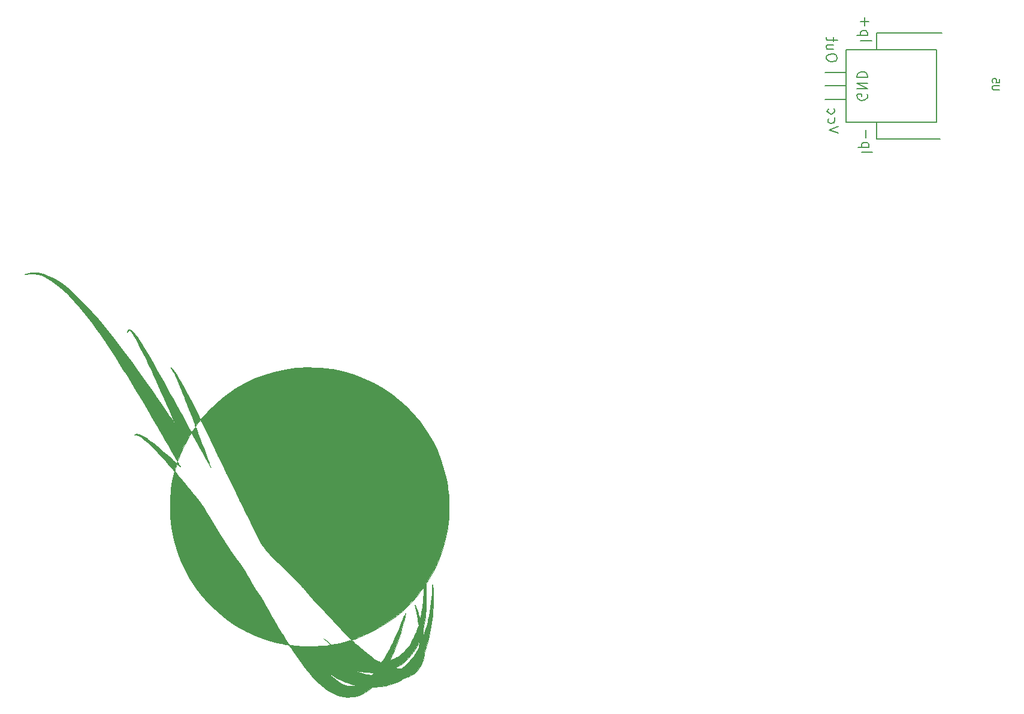
<source format=gbr>
%TF.GenerationSoftware,KiCad,Pcbnew,(5.1.10)-1*%
%TF.CreationDate,2021-12-10T12:48:03-06:00*%
%TF.ProjectId,BMS_2022_Rev1,424d535f-3230-4323-925f-526576312e6b,rev?*%
%TF.SameCoordinates,Original*%
%TF.FileFunction,Legend,Bot*%
%TF.FilePolarity,Positive*%
%FSLAX46Y46*%
G04 Gerber Fmt 4.6, Leading zero omitted, Abs format (unit mm)*
G04 Created by KiCad (PCBNEW (5.1.10)-1) date 2021-12-10 12:48:03*
%MOMM*%
%LPD*%
G01*
G04 APERTURE LIST*
%ADD10C,0.010000*%
%ADD11C,0.150000*%
G04 APERTURE END LIST*
D10*
%TO.C,G\u002A\u002A\u002A*%
G36*
X37258149Y-102603424D02*
G01*
X36865105Y-102660112D01*
X36545091Y-102753147D01*
X36496279Y-102774283D01*
X36300383Y-102865062D01*
X36480525Y-102834589D01*
X37107486Y-102764275D01*
X37694734Y-102768956D01*
X38215593Y-102848345D01*
X38237100Y-102853683D01*
X38844061Y-103053287D01*
X39476555Y-103352385D01*
X40136740Y-103752734D01*
X40826774Y-104256090D01*
X41548813Y-104864210D01*
X42305015Y-105578848D01*
X43097539Y-106401762D01*
X43928540Y-107334708D01*
X44342630Y-107823208D01*
X44726262Y-108286537D01*
X45092767Y-108738352D01*
X45447886Y-109186956D01*
X45797365Y-109640651D01*
X46146946Y-110107738D01*
X46502373Y-110596522D01*
X46869389Y-111115303D01*
X47253737Y-111672385D01*
X47661161Y-112276069D01*
X48097405Y-112934658D01*
X48568211Y-113656456D01*
X49079323Y-114449762D01*
X49636484Y-115322882D01*
X50245439Y-116284115D01*
X50757186Y-117095802D01*
X51924172Y-118977653D01*
X53046601Y-120843233D01*
X54106429Y-122662429D01*
X54373160Y-123130553D01*
X54614212Y-123553497D01*
X54893480Y-124039941D01*
X55187972Y-124550059D01*
X55474699Y-125044026D01*
X55726278Y-125474537D01*
X55976855Y-125904080D01*
X56251725Y-126379774D01*
X56529673Y-126864609D01*
X56789485Y-127321574D01*
X57009946Y-127713658D01*
X57017000Y-127726310D01*
X57207132Y-128066850D01*
X57387504Y-128388831D01*
X57546117Y-128670914D01*
X57670968Y-128891757D01*
X57750059Y-129030020D01*
X57752549Y-129034301D01*
X57903600Y-129293604D01*
X58136715Y-128674017D01*
X58258982Y-128367591D01*
X58410992Y-128015663D01*
X58585118Y-127633195D01*
X58773734Y-127235146D01*
X58969214Y-126836479D01*
X59163932Y-126452154D01*
X59350263Y-126097131D01*
X59520580Y-125786372D01*
X59667256Y-125534836D01*
X59782667Y-125357486D01*
X59859187Y-125269282D01*
X59875811Y-125262232D01*
X59916158Y-125312435D01*
X60002768Y-125451647D01*
X60125651Y-125662771D01*
X60274815Y-125928712D01*
X60410952Y-126177953D01*
X60630772Y-126583431D01*
X60866486Y-127015458D01*
X61110917Y-127461131D01*
X61356885Y-127907544D01*
X61597211Y-128341795D01*
X61824718Y-128750979D01*
X62032226Y-129122192D01*
X62212557Y-129442530D01*
X62358531Y-129699089D01*
X62462971Y-129878966D01*
X62518698Y-129969255D01*
X62523825Y-129975943D01*
X62527990Y-129949584D01*
X62496072Y-129831196D01*
X62434138Y-129641203D01*
X62372197Y-129465542D01*
X62221768Y-129052213D01*
X62054554Y-128596251D01*
X61875334Y-128110387D01*
X61688886Y-127607350D01*
X61499991Y-127099870D01*
X61313429Y-126600678D01*
X61133977Y-126122503D01*
X60966417Y-125678076D01*
X60815527Y-125280127D01*
X60686087Y-124941385D01*
X60582876Y-124674581D01*
X60510674Y-124492445D01*
X60474261Y-124407706D01*
X60471685Y-124403557D01*
X60421037Y-124427038D01*
X60326043Y-124532151D01*
X60204891Y-124698002D01*
X60171132Y-124748829D01*
X60045883Y-124933943D01*
X59943798Y-125071736D01*
X59883146Y-125137895D01*
X59876900Y-125140420D01*
X59838881Y-125089302D01*
X59753410Y-124947060D01*
X59629033Y-124728808D01*
X59474297Y-124449661D01*
X59297747Y-124124735D01*
X59208421Y-123958174D01*
X58998059Y-123566502D01*
X58746201Y-123101115D01*
X58469835Y-122593191D01*
X58185952Y-122073905D01*
X57911542Y-121574435D01*
X57744976Y-121272775D01*
X57503190Y-120835202D01*
X57219169Y-120319965D01*
X56908180Y-119754833D01*
X56585489Y-119167578D01*
X56266362Y-118585968D01*
X55966065Y-118037774D01*
X55861374Y-117846393D01*
X55374812Y-116963601D01*
X54896894Y-116110233D01*
X54432798Y-115294973D01*
X53987700Y-114526508D01*
X53566778Y-113813521D01*
X53175208Y-113164698D01*
X52818167Y-112588725D01*
X52500833Y-112094286D01*
X52228382Y-111690066D01*
X52022593Y-111406343D01*
X51734335Y-111058764D01*
X51477248Y-110808859D01*
X51255592Y-110659007D01*
X51073629Y-110611587D01*
X50935618Y-110668977D01*
X50871487Y-110763639D01*
X50812042Y-110924040D01*
X50801811Y-111018342D01*
X50835642Y-111030934D01*
X50908379Y-110946208D01*
X50923727Y-110921850D01*
X51039599Y-110781110D01*
X51147254Y-110741775D01*
X51148680Y-110742030D01*
X51261529Y-110814061D01*
X51417821Y-110993927D01*
X51615659Y-111278261D01*
X51853142Y-111663690D01*
X52128372Y-112146847D01*
X52439450Y-112724360D01*
X52784477Y-113392861D01*
X53161553Y-114148979D01*
X53568781Y-114989345D01*
X53714111Y-115294383D01*
X53857237Y-115599362D01*
X54031930Y-115977135D01*
X54233793Y-116417817D01*
X54458431Y-116911528D01*
X54701449Y-117448384D01*
X54958451Y-118018504D01*
X55225041Y-118612004D01*
X55496825Y-119219003D01*
X55769406Y-119829618D01*
X56038389Y-120433967D01*
X56299378Y-121022167D01*
X56547978Y-121584335D01*
X56779794Y-122110591D01*
X56990429Y-122591050D01*
X57175489Y-123015831D01*
X57330577Y-123375051D01*
X57451298Y-123658828D01*
X57533257Y-123857279D01*
X57572058Y-123960522D01*
X57574332Y-123973235D01*
X57537570Y-123930268D01*
X57443430Y-123800791D01*
X57301224Y-123598171D01*
X57120264Y-123335773D01*
X56909864Y-123026964D01*
X56746482Y-122785034D01*
X56474123Y-122382807D01*
X56151675Y-121910845D01*
X55787369Y-121380906D01*
X55389434Y-120804749D01*
X54966102Y-120194132D01*
X54525602Y-119560815D01*
X54076166Y-118916557D01*
X53626024Y-118273117D01*
X53183406Y-117642253D01*
X52756543Y-117035725D01*
X52353664Y-116465291D01*
X51983002Y-115942711D01*
X51652785Y-115479742D01*
X51371245Y-115088146D01*
X51146612Y-114779679D01*
X51083240Y-114693910D01*
X49987105Y-113236368D01*
X48941770Y-111884197D01*
X47944967Y-110635034D01*
X46994430Y-109486515D01*
X46087892Y-108436278D01*
X45223088Y-107481960D01*
X44397750Y-106621196D01*
X43609612Y-105851623D01*
X42856408Y-105170879D01*
X42135871Y-104576600D01*
X41445734Y-104066423D01*
X40783731Y-103637983D01*
X40147596Y-103288919D01*
X40143409Y-103286839D01*
X39669223Y-103060533D01*
X39265639Y-102890647D01*
X38903094Y-102767344D01*
X38552027Y-102680786D01*
X38182874Y-102621138D01*
X38119453Y-102613351D01*
X37688254Y-102586648D01*
X37258149Y-102603424D01*
G37*
X37258149Y-102603424D02*
X36865105Y-102660112D01*
X36545091Y-102753147D01*
X36496279Y-102774283D01*
X36300383Y-102865062D01*
X36480525Y-102834589D01*
X37107486Y-102764275D01*
X37694734Y-102768956D01*
X38215593Y-102848345D01*
X38237100Y-102853683D01*
X38844061Y-103053287D01*
X39476555Y-103352385D01*
X40136740Y-103752734D01*
X40826774Y-104256090D01*
X41548813Y-104864210D01*
X42305015Y-105578848D01*
X43097539Y-106401762D01*
X43928540Y-107334708D01*
X44342630Y-107823208D01*
X44726262Y-108286537D01*
X45092767Y-108738352D01*
X45447886Y-109186956D01*
X45797365Y-109640651D01*
X46146946Y-110107738D01*
X46502373Y-110596522D01*
X46869389Y-111115303D01*
X47253737Y-111672385D01*
X47661161Y-112276069D01*
X48097405Y-112934658D01*
X48568211Y-113656456D01*
X49079323Y-114449762D01*
X49636484Y-115322882D01*
X50245439Y-116284115D01*
X50757186Y-117095802D01*
X51924172Y-118977653D01*
X53046601Y-120843233D01*
X54106429Y-122662429D01*
X54373160Y-123130553D01*
X54614212Y-123553497D01*
X54893480Y-124039941D01*
X55187972Y-124550059D01*
X55474699Y-125044026D01*
X55726278Y-125474537D01*
X55976855Y-125904080D01*
X56251725Y-126379774D01*
X56529673Y-126864609D01*
X56789485Y-127321574D01*
X57009946Y-127713658D01*
X57017000Y-127726310D01*
X57207132Y-128066850D01*
X57387504Y-128388831D01*
X57546117Y-128670914D01*
X57670968Y-128891757D01*
X57750059Y-129030020D01*
X57752549Y-129034301D01*
X57903600Y-129293604D01*
X58136715Y-128674017D01*
X58258982Y-128367591D01*
X58410992Y-128015663D01*
X58585118Y-127633195D01*
X58773734Y-127235146D01*
X58969214Y-126836479D01*
X59163932Y-126452154D01*
X59350263Y-126097131D01*
X59520580Y-125786372D01*
X59667256Y-125534836D01*
X59782667Y-125357486D01*
X59859187Y-125269282D01*
X59875811Y-125262232D01*
X59916158Y-125312435D01*
X60002768Y-125451647D01*
X60125651Y-125662771D01*
X60274815Y-125928712D01*
X60410952Y-126177953D01*
X60630772Y-126583431D01*
X60866486Y-127015458D01*
X61110917Y-127461131D01*
X61356885Y-127907544D01*
X61597211Y-128341795D01*
X61824718Y-128750979D01*
X62032226Y-129122192D01*
X62212557Y-129442530D01*
X62358531Y-129699089D01*
X62462971Y-129878966D01*
X62518698Y-129969255D01*
X62523825Y-129975943D01*
X62527990Y-129949584D01*
X62496072Y-129831196D01*
X62434138Y-129641203D01*
X62372197Y-129465542D01*
X62221768Y-129052213D01*
X62054554Y-128596251D01*
X61875334Y-128110387D01*
X61688886Y-127607350D01*
X61499991Y-127099870D01*
X61313429Y-126600678D01*
X61133977Y-126122503D01*
X60966417Y-125678076D01*
X60815527Y-125280127D01*
X60686087Y-124941385D01*
X60582876Y-124674581D01*
X60510674Y-124492445D01*
X60474261Y-124407706D01*
X60471685Y-124403557D01*
X60421037Y-124427038D01*
X60326043Y-124532151D01*
X60204891Y-124698002D01*
X60171132Y-124748829D01*
X60045883Y-124933943D01*
X59943798Y-125071736D01*
X59883146Y-125137895D01*
X59876900Y-125140420D01*
X59838881Y-125089302D01*
X59753410Y-124947060D01*
X59629033Y-124728808D01*
X59474297Y-124449661D01*
X59297747Y-124124735D01*
X59208421Y-123958174D01*
X58998059Y-123566502D01*
X58746201Y-123101115D01*
X58469835Y-122593191D01*
X58185952Y-122073905D01*
X57911542Y-121574435D01*
X57744976Y-121272775D01*
X57503190Y-120835202D01*
X57219169Y-120319965D01*
X56908180Y-119754833D01*
X56585489Y-119167578D01*
X56266362Y-118585968D01*
X55966065Y-118037774D01*
X55861374Y-117846393D01*
X55374812Y-116963601D01*
X54896894Y-116110233D01*
X54432798Y-115294973D01*
X53987700Y-114526508D01*
X53566778Y-113813521D01*
X53175208Y-113164698D01*
X52818167Y-112588725D01*
X52500833Y-112094286D01*
X52228382Y-111690066D01*
X52022593Y-111406343D01*
X51734335Y-111058764D01*
X51477248Y-110808859D01*
X51255592Y-110659007D01*
X51073629Y-110611587D01*
X50935618Y-110668977D01*
X50871487Y-110763639D01*
X50812042Y-110924040D01*
X50801811Y-111018342D01*
X50835642Y-111030934D01*
X50908379Y-110946208D01*
X50923727Y-110921850D01*
X51039599Y-110781110D01*
X51147254Y-110741775D01*
X51148680Y-110742030D01*
X51261529Y-110814061D01*
X51417821Y-110993927D01*
X51615659Y-111278261D01*
X51853142Y-111663690D01*
X52128372Y-112146847D01*
X52439450Y-112724360D01*
X52784477Y-113392861D01*
X53161553Y-114148979D01*
X53568781Y-114989345D01*
X53714111Y-115294383D01*
X53857237Y-115599362D01*
X54031930Y-115977135D01*
X54233793Y-116417817D01*
X54458431Y-116911528D01*
X54701449Y-117448384D01*
X54958451Y-118018504D01*
X55225041Y-118612004D01*
X55496825Y-119219003D01*
X55769406Y-119829618D01*
X56038389Y-120433967D01*
X56299378Y-121022167D01*
X56547978Y-121584335D01*
X56779794Y-122110591D01*
X56990429Y-122591050D01*
X57175489Y-123015831D01*
X57330577Y-123375051D01*
X57451298Y-123658828D01*
X57533257Y-123857279D01*
X57572058Y-123960522D01*
X57574332Y-123973235D01*
X57537570Y-123930268D01*
X57443430Y-123800791D01*
X57301224Y-123598171D01*
X57120264Y-123335773D01*
X56909864Y-123026964D01*
X56746482Y-122785034D01*
X56474123Y-122382807D01*
X56151675Y-121910845D01*
X55787369Y-121380906D01*
X55389434Y-120804749D01*
X54966102Y-120194132D01*
X54525602Y-119560815D01*
X54076166Y-118916557D01*
X53626024Y-118273117D01*
X53183406Y-117642253D01*
X52756543Y-117035725D01*
X52353664Y-116465291D01*
X51983002Y-115942711D01*
X51652785Y-115479742D01*
X51371245Y-115088146D01*
X51146612Y-114779679D01*
X51083240Y-114693910D01*
X49987105Y-113236368D01*
X48941770Y-111884197D01*
X47944967Y-110635034D01*
X46994430Y-109486515D01*
X46087892Y-108436278D01*
X45223088Y-107481960D01*
X44397750Y-106621196D01*
X43609612Y-105851623D01*
X42856408Y-105170879D01*
X42135871Y-104576600D01*
X41445734Y-104066423D01*
X40783731Y-103637983D01*
X40147596Y-103288919D01*
X40143409Y-103286839D01*
X39669223Y-103060533D01*
X39265639Y-102890647D01*
X38903094Y-102767344D01*
X38552027Y-102680786D01*
X38182874Y-102621138D01*
X38119453Y-102613351D01*
X37688254Y-102586648D01*
X37258149Y-102603424D01*
G36*
X62571068Y-130096038D02*
G01*
X62601092Y-130126062D01*
X62631116Y-130096038D01*
X62601092Y-130066014D01*
X62571068Y-130096038D01*
G37*
X62571068Y-130096038D02*
X62601092Y-130126062D01*
X62631116Y-130096038D01*
X62601092Y-130066014D01*
X62571068Y-130096038D01*
G36*
X56937461Y-115990631D02*
G01*
X56968906Y-116063006D01*
X57071167Y-116216965D01*
X57129837Y-116300036D01*
X57239590Y-116462042D01*
X57347124Y-116639863D01*
X57459187Y-116847721D01*
X57582528Y-117099836D01*
X57723893Y-117410427D01*
X57890031Y-117793715D01*
X58087690Y-118263919D01*
X58263661Y-118689412D01*
X58413319Y-119056807D01*
X58597899Y-119515998D01*
X58809398Y-120046619D01*
X59039813Y-120628304D01*
X59281141Y-121240687D01*
X59525382Y-121863402D01*
X59764531Y-122476083D01*
X59990588Y-123058365D01*
X60195548Y-123589881D01*
X60371411Y-124050265D01*
X60406403Y-124142632D01*
X60471221Y-124314049D01*
X60808030Y-123852851D01*
X60956946Y-123660033D01*
X61082692Y-123517680D01*
X61167868Y-123444438D01*
X61192099Y-123441245D01*
X61225702Y-123502549D01*
X61306922Y-123662949D01*
X61431298Y-123913322D01*
X61594368Y-124244551D01*
X61791670Y-124647514D01*
X62018744Y-125113092D01*
X62271126Y-125632164D01*
X62544356Y-126195611D01*
X62833971Y-126794312D01*
X62949547Y-127033627D01*
X63614946Y-128411253D01*
X64232398Y-129687885D01*
X64805546Y-130870977D01*
X65338038Y-131967983D01*
X65833519Y-132986356D01*
X66295633Y-133933550D01*
X66728027Y-134817019D01*
X67134345Y-135644215D01*
X67518234Y-136422594D01*
X67883339Y-137159608D01*
X68233305Y-137862711D01*
X68571777Y-138539357D01*
X68764444Y-138922988D01*
X69025570Y-139445268D01*
X69248549Y-139894248D01*
X69441311Y-140280236D01*
X69611786Y-140613541D01*
X69767905Y-140904474D01*
X69917597Y-141163344D01*
X70068794Y-141400459D01*
X70229424Y-141626129D01*
X70407420Y-141850663D01*
X70610709Y-142084371D01*
X70847224Y-142337561D01*
X71124895Y-142620544D01*
X71451650Y-142943628D01*
X71835422Y-143317123D01*
X72284139Y-143751337D01*
X72805733Y-144256581D01*
X73049319Y-144493298D01*
X73488681Y-144923208D01*
X73918528Y-145348307D01*
X74327643Y-145757194D01*
X74704810Y-146138469D01*
X75038815Y-146480730D01*
X75318440Y-146772575D01*
X75532471Y-147002604D01*
X75657056Y-147144129D01*
X75995886Y-147542521D01*
X76406754Y-148013600D01*
X76877645Y-148544279D01*
X77396542Y-149121469D01*
X77951429Y-149732083D01*
X78530287Y-150363033D01*
X79121102Y-151001232D01*
X79711855Y-151633592D01*
X80290531Y-152247024D01*
X80845113Y-152828442D01*
X81363585Y-153364758D01*
X81448423Y-153451685D01*
X81735357Y-153746063D01*
X81991555Y-154010508D01*
X82205944Y-154233460D01*
X82367451Y-154403356D01*
X82465003Y-154508636D01*
X82489496Y-154538649D01*
X82415690Y-154564944D01*
X82248467Y-154613054D01*
X82011242Y-154677010D01*
X81727436Y-154750841D01*
X81420464Y-154828579D01*
X81113746Y-154904253D01*
X80830700Y-154971896D01*
X80594743Y-155025537D01*
X80503584Y-155044866D01*
X80117939Y-155117583D01*
X79837674Y-155155881D01*
X79653326Y-155160461D01*
X79555429Y-155132026D01*
X79540933Y-155116259D01*
X79483564Y-155059658D01*
X79353753Y-154947167D01*
X79173288Y-154797355D01*
X79041999Y-154691049D01*
X78573669Y-154315358D01*
X79047551Y-154762311D01*
X79521434Y-155209265D01*
X79317764Y-155245715D01*
X78956765Y-155297929D01*
X78524082Y-155340226D01*
X78036111Y-155372723D01*
X77509245Y-155395542D01*
X76959878Y-155408802D01*
X76404405Y-155412624D01*
X75859221Y-155407127D01*
X75340720Y-155392432D01*
X74865296Y-155368658D01*
X74449343Y-155335925D01*
X74109256Y-155294354D01*
X73861430Y-155244064D01*
X73754049Y-155204987D01*
X73685387Y-155134141D01*
X73563861Y-154969493D01*
X73395946Y-154721652D01*
X73188119Y-154401226D01*
X72946853Y-154018823D01*
X72678625Y-153585053D01*
X72389911Y-153110523D01*
X72087186Y-152605841D01*
X71776926Y-152081617D01*
X71465606Y-151548459D01*
X71159702Y-151016975D01*
X70865689Y-150497774D01*
X70706174Y-150211877D01*
X70453050Y-149763213D01*
X70181193Y-149294792D01*
X69906453Y-148833002D01*
X69644676Y-148404230D01*
X69411713Y-148034863D01*
X69263598Y-147809986D01*
X69041993Y-147471613D01*
X68784633Y-147060505D01*
X68511778Y-146610158D01*
X68243689Y-146154070D01*
X68000628Y-145725734D01*
X67976309Y-145681786D01*
X67677892Y-145154576D01*
X67384440Y-144667310D01*
X67074847Y-144187232D01*
X66728002Y-143681587D01*
X66331677Y-143129777D01*
X65482982Y-141943992D01*
X64680991Y-140772442D01*
X63907059Y-139586233D01*
X63142543Y-138356472D01*
X62368800Y-137054265D01*
X62009255Y-136431026D01*
X61793508Y-136060293D01*
X61597182Y-135740282D01*
X61402580Y-135445918D01*
X61192007Y-135152125D01*
X60947767Y-134833827D01*
X60652163Y-134465949D01*
X60441369Y-134209277D01*
X60150444Y-133856384D01*
X59861065Y-133504384D01*
X59589640Y-133173309D01*
X59352577Y-132883193D01*
X59166287Y-132654066D01*
X59088743Y-132557977D01*
X58902122Y-132328081D01*
X58665838Y-132040615D01*
X58407963Y-131729553D01*
X58156567Y-131428868D01*
X58115003Y-131379457D01*
X57910314Y-131131610D01*
X57736629Y-130912190D01*
X57607516Y-130739064D01*
X57536542Y-130630098D01*
X57527097Y-130605317D01*
X57543116Y-130515145D01*
X57584338Y-130351270D01*
X57640504Y-130148986D01*
X57701359Y-129943588D01*
X57756647Y-129770371D01*
X57796110Y-129664630D01*
X57804874Y-129649428D01*
X57857304Y-129673742D01*
X57969972Y-129762975D01*
X58109700Y-129889618D01*
X58248276Y-130014495D01*
X58313147Y-130055872D01*
X58300570Y-130011428D01*
X58297262Y-130005967D01*
X58213310Y-129859993D01*
X58110029Y-129668273D01*
X58069281Y-129589476D01*
X57987338Y-129435448D01*
X57937081Y-129375639D01*
X57897511Y-129396346D01*
X57863038Y-129454925D01*
X57830721Y-129504056D01*
X57789905Y-129520893D01*
X57725156Y-129495784D01*
X57621039Y-129419077D01*
X57462117Y-129281123D01*
X57232955Y-129072268D01*
X57194426Y-129036856D01*
X56514792Y-128417226D01*
X55909323Y-127876826D01*
X55369074Y-127408197D01*
X54885100Y-127003876D01*
X54448457Y-126656403D01*
X54050198Y-126358318D01*
X53681379Y-126102160D01*
X53654047Y-126084028D01*
X53165207Y-125781339D01*
X52746907Y-125565872D01*
X52401227Y-125438363D01*
X52130249Y-125399552D01*
X51936051Y-125450175D01*
X51912676Y-125466291D01*
X51848574Y-125522438D01*
X51860507Y-125549858D01*
X51965869Y-125559240D01*
X52066050Y-125560559D01*
X52333753Y-125600263D01*
X52599365Y-125727319D01*
X52611193Y-125734759D01*
X52821511Y-125883361D01*
X53093910Y-126098237D01*
X53406258Y-126360037D01*
X53736424Y-126649416D01*
X54062275Y-126947024D01*
X54361680Y-127233515D01*
X54584780Y-127460090D01*
X54770066Y-127657595D01*
X55004786Y-127910811D01*
X55276617Y-128206162D01*
X55573239Y-128530075D01*
X55882332Y-128868975D01*
X56191573Y-129209288D01*
X56488643Y-129537440D01*
X56761220Y-129839857D01*
X56996982Y-130102964D01*
X57183610Y-130313187D01*
X57308782Y-130456951D01*
X57349843Y-130506401D01*
X57482191Y-130674655D01*
X57319782Y-131406150D01*
X57186369Y-132041511D01*
X57082633Y-132622986D01*
X57004649Y-133184521D01*
X56948491Y-133760064D01*
X56910233Y-134383562D01*
X56885951Y-135088964D01*
X56883900Y-135175867D01*
X56876374Y-136152059D01*
X56902541Y-137043168D01*
X56965515Y-137880245D01*
X57068406Y-138694343D01*
X57214327Y-139516513D01*
X57404409Y-140369637D01*
X57820066Y-141833337D01*
X58345539Y-143253633D01*
X58976599Y-144624755D01*
X59709018Y-145940934D01*
X60538566Y-147196401D01*
X61461014Y-148385387D01*
X62472134Y-149502122D01*
X63567696Y-150540837D01*
X64743471Y-151495763D01*
X65995231Y-152361131D01*
X66360362Y-152587566D01*
X67606515Y-153279352D01*
X68910075Y-153884499D01*
X70251068Y-154395482D01*
X71609519Y-154804776D01*
X72965454Y-155104856D01*
X73109366Y-155130150D01*
X73425020Y-155194401D01*
X73628690Y-155260668D01*
X73726926Y-155329350D01*
X73781398Y-155407026D01*
X73893614Y-155568820D01*
X74053309Y-155799869D01*
X74250217Y-156085308D01*
X74474073Y-156410274D01*
X74650698Y-156666960D01*
X75309668Y-157602497D01*
X75929571Y-158434545D01*
X76517170Y-159170624D01*
X77079225Y-159818251D01*
X77622499Y-160384946D01*
X78153751Y-160878227D01*
X78679745Y-161305613D01*
X79076709Y-161588677D01*
X79426571Y-161802293D01*
X79829335Y-162014006D01*
X80246796Y-162206133D01*
X80640748Y-162360990D01*
X80948603Y-162455102D01*
X81441035Y-162542531D01*
X81973893Y-162581410D01*
X82494835Y-162569944D01*
X82878650Y-162521289D01*
X83590235Y-162325425D01*
X84272222Y-162013392D01*
X84923692Y-161585643D01*
X85149202Y-161404570D01*
X85323266Y-161269021D01*
X85464955Y-161198661D01*
X85626045Y-161172996D01*
X85740538Y-161170506D01*
X86545243Y-161123344D01*
X87361762Y-160987144D01*
X87555947Y-160934441D01*
X83118300Y-160934441D01*
X83035169Y-160986582D01*
X82957120Y-161010956D01*
X82843230Y-161024059D01*
X82646238Y-161030481D01*
X82403002Y-161029267D01*
X82326624Y-161027275D01*
X81976350Y-161001984D01*
X81687320Y-160943802D01*
X81439198Y-160857018D01*
X81033304Y-160671691D01*
X80670057Y-160459460D01*
X80317074Y-160198080D01*
X79941969Y-159865306D01*
X79808987Y-159737182D01*
X79612742Y-159541685D01*
X79466878Y-159389557D01*
X79382202Y-159292670D01*
X79369519Y-159262893D01*
X79384307Y-159270663D01*
X80004950Y-159656132D01*
X80541219Y-159963526D01*
X80997687Y-160195459D01*
X81019534Y-160205601D01*
X81341777Y-160343720D01*
X81710839Y-160484867D01*
X82093337Y-160617817D01*
X82455886Y-160731342D01*
X82765102Y-160814217D01*
X82927844Y-160847330D01*
X83082305Y-160886792D01*
X83118300Y-160934441D01*
X87555947Y-160934441D01*
X88162433Y-160769837D01*
X88919592Y-160479354D01*
X89605574Y-160123623D01*
X89784348Y-160011293D01*
X89991122Y-159890982D01*
X90194369Y-159797472D01*
X90312912Y-159760051D01*
X90469264Y-159713601D01*
X90689014Y-159629697D01*
X90928461Y-159525217D01*
X90963385Y-159508810D01*
X91443738Y-159215286D01*
X91444516Y-159214555D01*
X85596950Y-159214555D01*
X85577032Y-159262161D01*
X85520903Y-159326529D01*
X85507658Y-159340631D01*
X85432535Y-159414709D01*
X85357879Y-159460507D01*
X85260468Y-159478727D01*
X85117080Y-159470068D01*
X84904495Y-159435232D01*
X84599492Y-159374920D01*
X84569995Y-159368933D01*
X84324611Y-159314218D01*
X84043489Y-159243834D01*
X83748362Y-159164206D01*
X83460962Y-159081764D01*
X83203023Y-159002934D01*
X82996278Y-158934144D01*
X82862459Y-158881823D01*
X82823300Y-158852397D01*
X82823345Y-158852351D01*
X82888292Y-158852103D01*
X83042658Y-158870331D01*
X83257820Y-158903404D01*
X83349464Y-158919091D01*
X83611428Y-158958947D01*
X83949139Y-159001449D01*
X84318504Y-159041442D01*
X84666391Y-159073047D01*
X85036236Y-159103231D01*
X85300300Y-159128048D01*
X85472498Y-159151924D01*
X85566744Y-159179284D01*
X85596950Y-159214555D01*
X91444516Y-159214555D01*
X91860241Y-158824442D01*
X92208874Y-158343087D01*
X92485617Y-157778030D01*
X92686452Y-157136079D01*
X92807360Y-156424046D01*
X92812246Y-156376619D01*
X92854496Y-156118409D01*
X92928700Y-155812229D01*
X93019535Y-155520507D01*
X93028390Y-155496038D01*
X93263428Y-154772619D01*
X93293670Y-154655376D01*
X92123543Y-154655376D01*
X92097349Y-155084876D01*
X92070809Y-155346425D01*
X92016762Y-155560860D01*
X91917928Y-155785221D01*
X91842659Y-155925538D01*
X91331700Y-156752009D01*
X90776933Y-157469957D01*
X90174542Y-158084097D01*
X89922605Y-158299146D01*
X89562321Y-158591017D01*
X89172014Y-158553799D01*
X88968703Y-158531332D01*
X88818697Y-158508976D01*
X88756687Y-158492480D01*
X88743822Y-158476312D01*
X88755283Y-158454993D01*
X88809947Y-158415155D01*
X88926691Y-158343432D01*
X89124393Y-158226457D01*
X89172014Y-158198397D01*
X89828291Y-157756188D01*
X90417576Y-157239100D01*
X90949463Y-156636431D01*
X91433543Y-155937484D01*
X91825075Y-155239226D01*
X92123543Y-154655376D01*
X93293670Y-154655376D01*
X93477040Y-153944492D01*
X93666335Y-153025602D01*
X93828427Y-152029896D01*
X93954912Y-151022516D01*
X93982501Y-150708114D01*
X94005649Y-150325582D01*
X94024229Y-149893135D01*
X94038113Y-149428991D01*
X94047174Y-148951367D01*
X94051284Y-148478479D01*
X94050316Y-148028545D01*
X94044142Y-147619781D01*
X94032634Y-147270405D01*
X94015665Y-146998633D01*
X93993108Y-146822683D01*
X93984556Y-146789182D01*
X93951458Y-146698345D01*
X93933070Y-146693744D01*
X93924220Y-146787510D01*
X93920569Y-146939300D01*
X93901074Y-147416375D01*
X93859056Y-147982911D01*
X93798067Y-148611138D01*
X93721656Y-149273288D01*
X93633375Y-149941593D01*
X93536774Y-150588281D01*
X93435405Y-151185586D01*
X93332819Y-151705737D01*
X93283149Y-151924169D01*
X93191403Y-152289877D01*
X93094161Y-152650559D01*
X92996977Y-152988367D01*
X92905406Y-153285449D01*
X92825000Y-153523956D01*
X92761315Y-153686037D01*
X92719904Y-153753843D01*
X92713795Y-153754044D01*
X92658639Y-153656840D01*
X92631068Y-153465892D01*
X92631041Y-153204330D01*
X92658511Y-152895283D01*
X92713435Y-152561880D01*
X92716104Y-152548840D01*
X92803085Y-152101293D01*
X92873764Y-151672928D01*
X92929815Y-151243359D01*
X92972909Y-150792198D01*
X93004719Y-150299059D01*
X93026916Y-149743555D01*
X93041173Y-149105300D01*
X93048155Y-148500530D01*
X93057515Y-147331118D01*
X92711866Y-147331118D01*
X92706098Y-147564444D01*
X92694186Y-147854966D01*
X92677175Y-148181838D01*
X92656108Y-148524213D01*
X92632031Y-148861246D01*
X92605988Y-149172090D01*
X92589452Y-149341192D01*
X92556094Y-149623043D01*
X92511774Y-149946235D01*
X92460433Y-150287193D01*
X92406013Y-150622341D01*
X92352458Y-150928103D01*
X92303710Y-151180902D01*
X92263712Y-151357164D01*
X92240595Y-151427345D01*
X92208173Y-151402958D01*
X92148703Y-151282685D01*
X92070311Y-151085470D01*
X91981123Y-150830256D01*
X91970152Y-150796849D01*
X91835061Y-150393993D01*
X91714253Y-150055698D01*
X91612300Y-149793468D01*
X91533771Y-149618806D01*
X91483236Y-149543217D01*
X91472074Y-149543102D01*
X91474092Y-149608119D01*
X91498011Y-149767161D01*
X91539866Y-149996979D01*
X91595692Y-150274322D01*
X91601319Y-150301071D01*
X91677989Y-150679653D01*
X91759648Y-151108035D01*
X91834420Y-151522837D01*
X91872887Y-151750153D01*
X91989786Y-152466690D01*
X91807318Y-152990584D01*
X91654633Y-153392323D01*
X91465830Y-153832859D01*
X91256809Y-154279106D01*
X91043471Y-154697976D01*
X90841718Y-155056382D01*
X90729086Y-155234215D01*
X90442742Y-155613449D01*
X90095257Y-156004120D01*
X89723039Y-156368424D01*
X89362494Y-156668557D01*
X89312541Y-156705082D01*
X89130803Y-156824585D01*
X88907003Y-156956251D01*
X88665123Y-157087951D01*
X88429144Y-157207558D01*
X88223046Y-157302946D01*
X88070810Y-157361987D01*
X87996418Y-157372553D01*
X87994959Y-157371387D01*
X88006013Y-157308960D01*
X88057938Y-157166434D01*
X88140166Y-156972233D01*
X88158434Y-156931638D01*
X88335716Y-156523662D01*
X88535143Y-156035315D01*
X88743660Y-155501046D01*
X88948211Y-154955302D01*
X89135741Y-154432532D01*
X89293195Y-153967186D01*
X89351067Y-153784690D01*
X89451136Y-153450202D01*
X89559104Y-153072158D01*
X89670113Y-152669434D01*
X89779304Y-152260902D01*
X89881818Y-151865435D01*
X89972797Y-151501908D01*
X90047380Y-151189195D01*
X90100710Y-150946168D01*
X90127928Y-150791701D01*
X90130399Y-150757472D01*
X90108506Y-150780479D01*
X90047435Y-150903218D01*
X89952349Y-151113810D01*
X89828410Y-151400379D01*
X89680780Y-151751047D01*
X89514622Y-152153935D01*
X89388847Y-152463650D01*
X89125151Y-153111719D01*
X88893302Y-153668120D01*
X88683508Y-154153832D01*
X88485974Y-154589831D01*
X88290906Y-154997094D01*
X88088512Y-155396599D01*
X87868997Y-155809323D01*
X87622567Y-156256242D01*
X87595941Y-156303845D01*
X87356441Y-156728475D01*
X87165407Y-157058426D01*
X87014900Y-157305043D01*
X86896978Y-157479673D01*
X86803701Y-157593659D01*
X86727130Y-157658346D01*
X86659322Y-157685081D01*
X86627322Y-157687764D01*
X86518493Y-157655778D01*
X86339171Y-157569449D01*
X86117307Y-157443218D01*
X85950543Y-157338115D01*
X85705775Y-157169704D01*
X85402643Y-156949566D01*
X85075008Y-156702896D01*
X84756733Y-156454887D01*
X84667967Y-156383852D01*
X84610405Y-156336700D01*
X81125678Y-156336700D01*
X81095655Y-156366724D01*
X81065631Y-156336700D01*
X81095655Y-156306676D01*
X81125678Y-156336700D01*
X84610405Y-156336700D01*
X84548431Y-156285934D01*
X81005584Y-156285934D01*
X80959682Y-156274560D01*
X80822477Y-156186583D01*
X80594715Y-156022531D01*
X80277146Y-155782931D01*
X80116097Y-155659071D01*
X79913876Y-155498440D01*
X79756548Y-155364976D01*
X79662583Y-155274902D01*
X79645023Y-155245330D01*
X79697913Y-155270773D01*
X79823674Y-155355640D01*
X80001597Y-155484090D01*
X80210970Y-155640282D01*
X80431081Y-155808377D01*
X80641219Y-155972532D01*
X80820673Y-156116908D01*
X80948732Y-156225663D01*
X81004683Y-156282957D01*
X81005584Y-156285934D01*
X84548431Y-156285934D01*
X84409513Y-156172140D01*
X84125748Y-155933987D01*
X83830421Y-155681569D01*
X83537281Y-155427060D01*
X83260078Y-155182638D01*
X83012561Y-154960477D01*
X82808479Y-154772753D01*
X82661582Y-154631642D01*
X82585618Y-154549320D01*
X82578749Y-154533753D01*
X82638816Y-154507431D01*
X82789349Y-154448604D01*
X83007969Y-154365848D01*
X83272293Y-154267741D01*
X83285800Y-154262773D01*
X84684372Y-153687234D01*
X86034447Y-153008797D01*
X87327917Y-152233456D01*
X88556673Y-151367204D01*
X89712605Y-150416033D01*
X90787604Y-149385938D01*
X91773561Y-148282910D01*
X92321837Y-147584809D01*
X92473468Y-147385805D01*
X92598523Y-147229277D01*
X92679955Y-147136163D01*
X92700789Y-147119442D01*
X92710444Y-147175836D01*
X92711866Y-147331118D01*
X93057515Y-147331118D01*
X93063776Y-146548993D01*
X93465261Y-145888473D01*
X94198082Y-144568233D01*
X94823755Y-143194859D01*
X95342503Y-141767684D01*
X95754547Y-140286041D01*
X96060112Y-138749262D01*
X96204977Y-137692019D01*
X96232972Y-137357614D01*
X96253730Y-136930774D01*
X96267252Y-136438940D01*
X96273537Y-135909552D01*
X96272586Y-135370052D01*
X96264398Y-134847881D01*
X96248973Y-134370479D01*
X96226311Y-133965287D01*
X96204977Y-133728899D01*
X95969351Y-132151944D01*
X95625671Y-130627359D01*
X95173824Y-129154869D01*
X94613699Y-127734202D01*
X93945183Y-126365086D01*
X93168165Y-125047247D01*
X92282532Y-123780412D01*
X91940242Y-123340719D01*
X91634546Y-122976530D01*
X91262177Y-122561140D01*
X90848389Y-122120630D01*
X90418433Y-121681079D01*
X89997563Y-121268570D01*
X89611030Y-120909183D01*
X89442227Y-120760732D01*
X88234553Y-119802093D01*
X86964765Y-118945327D01*
X85637418Y-118192421D01*
X84257067Y-117545359D01*
X82828268Y-117006126D01*
X81355575Y-116576708D01*
X79843545Y-116259089D01*
X78753811Y-116103137D01*
X78306942Y-116062702D01*
X77774279Y-116032837D01*
X77186990Y-116013782D01*
X76576245Y-116005777D01*
X75973215Y-116009063D01*
X75409067Y-116023882D01*
X74914973Y-116050472D01*
X74670596Y-116071609D01*
X73115546Y-116289351D01*
X71608834Y-116616883D01*
X70149179Y-117054735D01*
X68735302Y-117603435D01*
X67365922Y-118263512D01*
X66039760Y-119035495D01*
X64755535Y-119919913D01*
X64072250Y-120449915D01*
X63810146Y-120671888D01*
X63497516Y-120953191D01*
X63152582Y-121275850D01*
X62793566Y-121621888D01*
X62438688Y-121973329D01*
X62106169Y-122312197D01*
X61814232Y-122620517D01*
X61581096Y-122880311D01*
X61460194Y-123026818D01*
X61333155Y-123185075D01*
X61235467Y-123297136D01*
X61189981Y-123337644D01*
X61156769Y-123286459D01*
X61076414Y-123140410D01*
X60955463Y-122912060D01*
X60800466Y-122613970D01*
X60617971Y-122258699D01*
X60414526Y-121858809D01*
X60275547Y-121583670D01*
X59844632Y-120737032D01*
X59430209Y-119940142D01*
X59035870Y-119199213D01*
X58665204Y-118520461D01*
X58321803Y-117910097D01*
X58009256Y-117374336D01*
X57731156Y-116919392D01*
X57491091Y-116551479D01*
X57292653Y-116276810D01*
X57139433Y-116101599D01*
X57079131Y-116052061D01*
X56974860Y-115990197D01*
X56937461Y-115990631D01*
G37*
X56937461Y-115990631D02*
X56968906Y-116063006D01*
X57071167Y-116216965D01*
X57129837Y-116300036D01*
X57239590Y-116462042D01*
X57347124Y-116639863D01*
X57459187Y-116847721D01*
X57582528Y-117099836D01*
X57723893Y-117410427D01*
X57890031Y-117793715D01*
X58087690Y-118263919D01*
X58263661Y-118689412D01*
X58413319Y-119056807D01*
X58597899Y-119515998D01*
X58809398Y-120046619D01*
X59039813Y-120628304D01*
X59281141Y-121240687D01*
X59525382Y-121863402D01*
X59764531Y-122476083D01*
X59990588Y-123058365D01*
X60195548Y-123589881D01*
X60371411Y-124050265D01*
X60406403Y-124142632D01*
X60471221Y-124314049D01*
X60808030Y-123852851D01*
X60956946Y-123660033D01*
X61082692Y-123517680D01*
X61167868Y-123444438D01*
X61192099Y-123441245D01*
X61225702Y-123502549D01*
X61306922Y-123662949D01*
X61431298Y-123913322D01*
X61594368Y-124244551D01*
X61791670Y-124647514D01*
X62018744Y-125113092D01*
X62271126Y-125632164D01*
X62544356Y-126195611D01*
X62833971Y-126794312D01*
X62949547Y-127033627D01*
X63614946Y-128411253D01*
X64232398Y-129687885D01*
X64805546Y-130870977D01*
X65338038Y-131967983D01*
X65833519Y-132986356D01*
X66295633Y-133933550D01*
X66728027Y-134817019D01*
X67134345Y-135644215D01*
X67518234Y-136422594D01*
X67883339Y-137159608D01*
X68233305Y-137862711D01*
X68571777Y-138539357D01*
X68764444Y-138922988D01*
X69025570Y-139445268D01*
X69248549Y-139894248D01*
X69441311Y-140280236D01*
X69611786Y-140613541D01*
X69767905Y-140904474D01*
X69917597Y-141163344D01*
X70068794Y-141400459D01*
X70229424Y-141626129D01*
X70407420Y-141850663D01*
X70610709Y-142084371D01*
X70847224Y-142337561D01*
X71124895Y-142620544D01*
X71451650Y-142943628D01*
X71835422Y-143317123D01*
X72284139Y-143751337D01*
X72805733Y-144256581D01*
X73049319Y-144493298D01*
X73488681Y-144923208D01*
X73918528Y-145348307D01*
X74327643Y-145757194D01*
X74704810Y-146138469D01*
X75038815Y-146480730D01*
X75318440Y-146772575D01*
X75532471Y-147002604D01*
X75657056Y-147144129D01*
X75995886Y-147542521D01*
X76406754Y-148013600D01*
X76877645Y-148544279D01*
X77396542Y-149121469D01*
X77951429Y-149732083D01*
X78530287Y-150363033D01*
X79121102Y-151001232D01*
X79711855Y-151633592D01*
X80290531Y-152247024D01*
X80845113Y-152828442D01*
X81363585Y-153364758D01*
X81448423Y-153451685D01*
X81735357Y-153746063D01*
X81991555Y-154010508D01*
X82205944Y-154233460D01*
X82367451Y-154403356D01*
X82465003Y-154508636D01*
X82489496Y-154538649D01*
X82415690Y-154564944D01*
X82248467Y-154613054D01*
X82011242Y-154677010D01*
X81727436Y-154750841D01*
X81420464Y-154828579D01*
X81113746Y-154904253D01*
X80830700Y-154971896D01*
X80594743Y-155025537D01*
X80503584Y-155044866D01*
X80117939Y-155117583D01*
X79837674Y-155155881D01*
X79653326Y-155160461D01*
X79555429Y-155132026D01*
X79540933Y-155116259D01*
X79483564Y-155059658D01*
X79353753Y-154947167D01*
X79173288Y-154797355D01*
X79041999Y-154691049D01*
X78573669Y-154315358D01*
X79047551Y-154762311D01*
X79521434Y-155209265D01*
X79317764Y-155245715D01*
X78956765Y-155297929D01*
X78524082Y-155340226D01*
X78036111Y-155372723D01*
X77509245Y-155395542D01*
X76959878Y-155408802D01*
X76404405Y-155412624D01*
X75859221Y-155407127D01*
X75340720Y-155392432D01*
X74865296Y-155368658D01*
X74449343Y-155335925D01*
X74109256Y-155294354D01*
X73861430Y-155244064D01*
X73754049Y-155204987D01*
X73685387Y-155134141D01*
X73563861Y-154969493D01*
X73395946Y-154721652D01*
X73188119Y-154401226D01*
X72946853Y-154018823D01*
X72678625Y-153585053D01*
X72389911Y-153110523D01*
X72087186Y-152605841D01*
X71776926Y-152081617D01*
X71465606Y-151548459D01*
X71159702Y-151016975D01*
X70865689Y-150497774D01*
X70706174Y-150211877D01*
X70453050Y-149763213D01*
X70181193Y-149294792D01*
X69906453Y-148833002D01*
X69644676Y-148404230D01*
X69411713Y-148034863D01*
X69263598Y-147809986D01*
X69041993Y-147471613D01*
X68784633Y-147060505D01*
X68511778Y-146610158D01*
X68243689Y-146154070D01*
X68000628Y-145725734D01*
X67976309Y-145681786D01*
X67677892Y-145154576D01*
X67384440Y-144667310D01*
X67074847Y-144187232D01*
X66728002Y-143681587D01*
X66331677Y-143129777D01*
X65482982Y-141943992D01*
X64680991Y-140772442D01*
X63907059Y-139586233D01*
X63142543Y-138356472D01*
X62368800Y-137054265D01*
X62009255Y-136431026D01*
X61793508Y-136060293D01*
X61597182Y-135740282D01*
X61402580Y-135445918D01*
X61192007Y-135152125D01*
X60947767Y-134833827D01*
X60652163Y-134465949D01*
X60441369Y-134209277D01*
X60150444Y-133856384D01*
X59861065Y-133504384D01*
X59589640Y-133173309D01*
X59352577Y-132883193D01*
X59166287Y-132654066D01*
X59088743Y-132557977D01*
X58902122Y-132328081D01*
X58665838Y-132040615D01*
X58407963Y-131729553D01*
X58156567Y-131428868D01*
X58115003Y-131379457D01*
X57910314Y-131131610D01*
X57736629Y-130912190D01*
X57607516Y-130739064D01*
X57536542Y-130630098D01*
X57527097Y-130605317D01*
X57543116Y-130515145D01*
X57584338Y-130351270D01*
X57640504Y-130148986D01*
X57701359Y-129943588D01*
X57756647Y-129770371D01*
X57796110Y-129664630D01*
X57804874Y-129649428D01*
X57857304Y-129673742D01*
X57969972Y-129762975D01*
X58109700Y-129889618D01*
X58248276Y-130014495D01*
X58313147Y-130055872D01*
X58300570Y-130011428D01*
X58297262Y-130005967D01*
X58213310Y-129859993D01*
X58110029Y-129668273D01*
X58069281Y-129589476D01*
X57987338Y-129435448D01*
X57937081Y-129375639D01*
X57897511Y-129396346D01*
X57863038Y-129454925D01*
X57830721Y-129504056D01*
X57789905Y-129520893D01*
X57725156Y-129495784D01*
X57621039Y-129419077D01*
X57462117Y-129281123D01*
X57232955Y-129072268D01*
X57194426Y-129036856D01*
X56514792Y-128417226D01*
X55909323Y-127876826D01*
X55369074Y-127408197D01*
X54885100Y-127003876D01*
X54448457Y-126656403D01*
X54050198Y-126358318D01*
X53681379Y-126102160D01*
X53654047Y-126084028D01*
X53165207Y-125781339D01*
X52746907Y-125565872D01*
X52401227Y-125438363D01*
X52130249Y-125399552D01*
X51936051Y-125450175D01*
X51912676Y-125466291D01*
X51848574Y-125522438D01*
X51860507Y-125549858D01*
X51965869Y-125559240D01*
X52066050Y-125560559D01*
X52333753Y-125600263D01*
X52599365Y-125727319D01*
X52611193Y-125734759D01*
X52821511Y-125883361D01*
X53093910Y-126098237D01*
X53406258Y-126360037D01*
X53736424Y-126649416D01*
X54062275Y-126947024D01*
X54361680Y-127233515D01*
X54584780Y-127460090D01*
X54770066Y-127657595D01*
X55004786Y-127910811D01*
X55276617Y-128206162D01*
X55573239Y-128530075D01*
X55882332Y-128868975D01*
X56191573Y-129209288D01*
X56488643Y-129537440D01*
X56761220Y-129839857D01*
X56996982Y-130102964D01*
X57183610Y-130313187D01*
X57308782Y-130456951D01*
X57349843Y-130506401D01*
X57482191Y-130674655D01*
X57319782Y-131406150D01*
X57186369Y-132041511D01*
X57082633Y-132622986D01*
X57004649Y-133184521D01*
X56948491Y-133760064D01*
X56910233Y-134383562D01*
X56885951Y-135088964D01*
X56883900Y-135175867D01*
X56876374Y-136152059D01*
X56902541Y-137043168D01*
X56965515Y-137880245D01*
X57068406Y-138694343D01*
X57214327Y-139516513D01*
X57404409Y-140369637D01*
X57820066Y-141833337D01*
X58345539Y-143253633D01*
X58976599Y-144624755D01*
X59709018Y-145940934D01*
X60538566Y-147196401D01*
X61461014Y-148385387D01*
X62472134Y-149502122D01*
X63567696Y-150540837D01*
X64743471Y-151495763D01*
X65995231Y-152361131D01*
X66360362Y-152587566D01*
X67606515Y-153279352D01*
X68910075Y-153884499D01*
X70251068Y-154395482D01*
X71609519Y-154804776D01*
X72965454Y-155104856D01*
X73109366Y-155130150D01*
X73425020Y-155194401D01*
X73628690Y-155260668D01*
X73726926Y-155329350D01*
X73781398Y-155407026D01*
X73893614Y-155568820D01*
X74053309Y-155799869D01*
X74250217Y-156085308D01*
X74474073Y-156410274D01*
X74650698Y-156666960D01*
X75309668Y-157602497D01*
X75929571Y-158434545D01*
X76517170Y-159170624D01*
X77079225Y-159818251D01*
X77622499Y-160384946D01*
X78153751Y-160878227D01*
X78679745Y-161305613D01*
X79076709Y-161588677D01*
X79426571Y-161802293D01*
X79829335Y-162014006D01*
X80246796Y-162206133D01*
X80640748Y-162360990D01*
X80948603Y-162455102D01*
X81441035Y-162542531D01*
X81973893Y-162581410D01*
X82494835Y-162569944D01*
X82878650Y-162521289D01*
X83590235Y-162325425D01*
X84272222Y-162013392D01*
X84923692Y-161585643D01*
X85149202Y-161404570D01*
X85323266Y-161269021D01*
X85464955Y-161198661D01*
X85626045Y-161172996D01*
X85740538Y-161170506D01*
X86545243Y-161123344D01*
X87361762Y-160987144D01*
X87555947Y-160934441D01*
X83118300Y-160934441D01*
X83035169Y-160986582D01*
X82957120Y-161010956D01*
X82843230Y-161024059D01*
X82646238Y-161030481D01*
X82403002Y-161029267D01*
X82326624Y-161027275D01*
X81976350Y-161001984D01*
X81687320Y-160943802D01*
X81439198Y-160857018D01*
X81033304Y-160671691D01*
X80670057Y-160459460D01*
X80317074Y-160198080D01*
X79941969Y-159865306D01*
X79808987Y-159737182D01*
X79612742Y-159541685D01*
X79466878Y-159389557D01*
X79382202Y-159292670D01*
X79369519Y-159262893D01*
X79384307Y-159270663D01*
X80004950Y-159656132D01*
X80541219Y-159963526D01*
X80997687Y-160195459D01*
X81019534Y-160205601D01*
X81341777Y-160343720D01*
X81710839Y-160484867D01*
X82093337Y-160617817D01*
X82455886Y-160731342D01*
X82765102Y-160814217D01*
X82927844Y-160847330D01*
X83082305Y-160886792D01*
X83118300Y-160934441D01*
X87555947Y-160934441D01*
X88162433Y-160769837D01*
X88919592Y-160479354D01*
X89605574Y-160123623D01*
X89784348Y-160011293D01*
X89991122Y-159890982D01*
X90194369Y-159797472D01*
X90312912Y-159760051D01*
X90469264Y-159713601D01*
X90689014Y-159629697D01*
X90928461Y-159525217D01*
X90963385Y-159508810D01*
X91443738Y-159215286D01*
X91444516Y-159214555D01*
X85596950Y-159214555D01*
X85577032Y-159262161D01*
X85520903Y-159326529D01*
X85507658Y-159340631D01*
X85432535Y-159414709D01*
X85357879Y-159460507D01*
X85260468Y-159478727D01*
X85117080Y-159470068D01*
X84904495Y-159435232D01*
X84599492Y-159374920D01*
X84569995Y-159368933D01*
X84324611Y-159314218D01*
X84043489Y-159243834D01*
X83748362Y-159164206D01*
X83460962Y-159081764D01*
X83203023Y-159002934D01*
X82996278Y-158934144D01*
X82862459Y-158881823D01*
X82823300Y-158852397D01*
X82823345Y-158852351D01*
X82888292Y-158852103D01*
X83042658Y-158870331D01*
X83257820Y-158903404D01*
X83349464Y-158919091D01*
X83611428Y-158958947D01*
X83949139Y-159001449D01*
X84318504Y-159041442D01*
X84666391Y-159073047D01*
X85036236Y-159103231D01*
X85300300Y-159128048D01*
X85472498Y-159151924D01*
X85566744Y-159179284D01*
X85596950Y-159214555D01*
X91444516Y-159214555D01*
X91860241Y-158824442D01*
X92208874Y-158343087D01*
X92485617Y-157778030D01*
X92686452Y-157136079D01*
X92807360Y-156424046D01*
X92812246Y-156376619D01*
X92854496Y-156118409D01*
X92928700Y-155812229D01*
X93019535Y-155520507D01*
X93028390Y-155496038D01*
X93263428Y-154772619D01*
X93293670Y-154655376D01*
X92123543Y-154655376D01*
X92097349Y-155084876D01*
X92070809Y-155346425D01*
X92016762Y-155560860D01*
X91917928Y-155785221D01*
X91842659Y-155925538D01*
X91331700Y-156752009D01*
X90776933Y-157469957D01*
X90174542Y-158084097D01*
X89922605Y-158299146D01*
X89562321Y-158591017D01*
X89172014Y-158553799D01*
X88968703Y-158531332D01*
X88818697Y-158508976D01*
X88756687Y-158492480D01*
X88743822Y-158476312D01*
X88755283Y-158454993D01*
X88809947Y-158415155D01*
X88926691Y-158343432D01*
X89124393Y-158226457D01*
X89172014Y-158198397D01*
X89828291Y-157756188D01*
X90417576Y-157239100D01*
X90949463Y-156636431D01*
X91433543Y-155937484D01*
X91825075Y-155239226D01*
X92123543Y-154655376D01*
X93293670Y-154655376D01*
X93477040Y-153944492D01*
X93666335Y-153025602D01*
X93828427Y-152029896D01*
X93954912Y-151022516D01*
X93982501Y-150708114D01*
X94005649Y-150325582D01*
X94024229Y-149893135D01*
X94038113Y-149428991D01*
X94047174Y-148951367D01*
X94051284Y-148478479D01*
X94050316Y-148028545D01*
X94044142Y-147619781D01*
X94032634Y-147270405D01*
X94015665Y-146998633D01*
X93993108Y-146822683D01*
X93984556Y-146789182D01*
X93951458Y-146698345D01*
X93933070Y-146693744D01*
X93924220Y-146787510D01*
X93920569Y-146939300D01*
X93901074Y-147416375D01*
X93859056Y-147982911D01*
X93798067Y-148611138D01*
X93721656Y-149273288D01*
X93633375Y-149941593D01*
X93536774Y-150588281D01*
X93435405Y-151185586D01*
X93332819Y-151705737D01*
X93283149Y-151924169D01*
X93191403Y-152289877D01*
X93094161Y-152650559D01*
X92996977Y-152988367D01*
X92905406Y-153285449D01*
X92825000Y-153523956D01*
X92761315Y-153686037D01*
X92719904Y-153753843D01*
X92713795Y-153754044D01*
X92658639Y-153656840D01*
X92631068Y-153465892D01*
X92631041Y-153204330D01*
X92658511Y-152895283D01*
X92713435Y-152561880D01*
X92716104Y-152548840D01*
X92803085Y-152101293D01*
X92873764Y-151672928D01*
X92929815Y-151243359D01*
X92972909Y-150792198D01*
X93004719Y-150299059D01*
X93026916Y-149743555D01*
X93041173Y-149105300D01*
X93048155Y-148500530D01*
X93057515Y-147331118D01*
X92711866Y-147331118D01*
X92706098Y-147564444D01*
X92694186Y-147854966D01*
X92677175Y-148181838D01*
X92656108Y-148524213D01*
X92632031Y-148861246D01*
X92605988Y-149172090D01*
X92589452Y-149341192D01*
X92556094Y-149623043D01*
X92511774Y-149946235D01*
X92460433Y-150287193D01*
X92406013Y-150622341D01*
X92352458Y-150928103D01*
X92303710Y-151180902D01*
X92263712Y-151357164D01*
X92240595Y-151427345D01*
X92208173Y-151402958D01*
X92148703Y-151282685D01*
X92070311Y-151085470D01*
X91981123Y-150830256D01*
X91970152Y-150796849D01*
X91835061Y-150393993D01*
X91714253Y-150055698D01*
X91612300Y-149793468D01*
X91533771Y-149618806D01*
X91483236Y-149543217D01*
X91472074Y-149543102D01*
X91474092Y-149608119D01*
X91498011Y-149767161D01*
X91539866Y-149996979D01*
X91595692Y-150274322D01*
X91601319Y-150301071D01*
X91677989Y-150679653D01*
X91759648Y-151108035D01*
X91834420Y-151522837D01*
X91872887Y-151750153D01*
X91989786Y-152466690D01*
X91807318Y-152990584D01*
X91654633Y-153392323D01*
X91465830Y-153832859D01*
X91256809Y-154279106D01*
X91043471Y-154697976D01*
X90841718Y-155056382D01*
X90729086Y-155234215D01*
X90442742Y-155613449D01*
X90095257Y-156004120D01*
X89723039Y-156368424D01*
X89362494Y-156668557D01*
X89312541Y-156705082D01*
X89130803Y-156824585D01*
X88907003Y-156956251D01*
X88665123Y-157087951D01*
X88429144Y-157207558D01*
X88223046Y-157302946D01*
X88070810Y-157361987D01*
X87996418Y-157372553D01*
X87994959Y-157371387D01*
X88006013Y-157308960D01*
X88057938Y-157166434D01*
X88140166Y-156972233D01*
X88158434Y-156931638D01*
X88335716Y-156523662D01*
X88535143Y-156035315D01*
X88743660Y-155501046D01*
X88948211Y-154955302D01*
X89135741Y-154432532D01*
X89293195Y-153967186D01*
X89351067Y-153784690D01*
X89451136Y-153450202D01*
X89559104Y-153072158D01*
X89670113Y-152669434D01*
X89779304Y-152260902D01*
X89881818Y-151865435D01*
X89972797Y-151501908D01*
X90047380Y-151189195D01*
X90100710Y-150946168D01*
X90127928Y-150791701D01*
X90130399Y-150757472D01*
X90108506Y-150780479D01*
X90047435Y-150903218D01*
X89952349Y-151113810D01*
X89828410Y-151400379D01*
X89680780Y-151751047D01*
X89514622Y-152153935D01*
X89388847Y-152463650D01*
X89125151Y-153111719D01*
X88893302Y-153668120D01*
X88683508Y-154153832D01*
X88485974Y-154589831D01*
X88290906Y-154997094D01*
X88088512Y-155396599D01*
X87868997Y-155809323D01*
X87622567Y-156256242D01*
X87595941Y-156303845D01*
X87356441Y-156728475D01*
X87165407Y-157058426D01*
X87014900Y-157305043D01*
X86896978Y-157479673D01*
X86803701Y-157593659D01*
X86727130Y-157658346D01*
X86659322Y-157685081D01*
X86627322Y-157687764D01*
X86518493Y-157655778D01*
X86339171Y-157569449D01*
X86117307Y-157443218D01*
X85950543Y-157338115D01*
X85705775Y-157169704D01*
X85402643Y-156949566D01*
X85075008Y-156702896D01*
X84756733Y-156454887D01*
X84667967Y-156383852D01*
X84610405Y-156336700D01*
X81125678Y-156336700D01*
X81095655Y-156366724D01*
X81065631Y-156336700D01*
X81095655Y-156306676D01*
X81125678Y-156336700D01*
X84610405Y-156336700D01*
X84548431Y-156285934D01*
X81005584Y-156285934D01*
X80959682Y-156274560D01*
X80822477Y-156186583D01*
X80594715Y-156022531D01*
X80277146Y-155782931D01*
X80116097Y-155659071D01*
X79913876Y-155498440D01*
X79756548Y-155364976D01*
X79662583Y-155274902D01*
X79645023Y-155245330D01*
X79697913Y-155270773D01*
X79823674Y-155355640D01*
X80001597Y-155484090D01*
X80210970Y-155640282D01*
X80431081Y-155808377D01*
X80641219Y-155972532D01*
X80820673Y-156116908D01*
X80948732Y-156225663D01*
X81004683Y-156282957D01*
X81005584Y-156285934D01*
X84548431Y-156285934D01*
X84409513Y-156172140D01*
X84125748Y-155933987D01*
X83830421Y-155681569D01*
X83537281Y-155427060D01*
X83260078Y-155182638D01*
X83012561Y-154960477D01*
X82808479Y-154772753D01*
X82661582Y-154631642D01*
X82585618Y-154549320D01*
X82578749Y-154533753D01*
X82638816Y-154507431D01*
X82789349Y-154448604D01*
X83007969Y-154365848D01*
X83272293Y-154267741D01*
X83285800Y-154262773D01*
X84684372Y-153687234D01*
X86034447Y-153008797D01*
X87327917Y-152233456D01*
X88556673Y-151367204D01*
X89712605Y-150416033D01*
X90787604Y-149385938D01*
X91773561Y-148282910D01*
X92321837Y-147584809D01*
X92473468Y-147385805D01*
X92598523Y-147229277D01*
X92679955Y-147136163D01*
X92700789Y-147119442D01*
X92710444Y-147175836D01*
X92711866Y-147331118D01*
X93057515Y-147331118D01*
X93063776Y-146548993D01*
X93465261Y-145888473D01*
X94198082Y-144568233D01*
X94823755Y-143194859D01*
X95342503Y-141767684D01*
X95754547Y-140286041D01*
X96060112Y-138749262D01*
X96204977Y-137692019D01*
X96232972Y-137357614D01*
X96253730Y-136930774D01*
X96267252Y-136438940D01*
X96273537Y-135909552D01*
X96272586Y-135370052D01*
X96264398Y-134847881D01*
X96248973Y-134370479D01*
X96226311Y-133965287D01*
X96204977Y-133728899D01*
X95969351Y-132151944D01*
X95625671Y-130627359D01*
X95173824Y-129154869D01*
X94613699Y-127734202D01*
X93945183Y-126365086D01*
X93168165Y-125047247D01*
X92282532Y-123780412D01*
X91940242Y-123340719D01*
X91634546Y-122976530D01*
X91262177Y-122561140D01*
X90848389Y-122120630D01*
X90418433Y-121681079D01*
X89997563Y-121268570D01*
X89611030Y-120909183D01*
X89442227Y-120760732D01*
X88234553Y-119802093D01*
X86964765Y-118945327D01*
X85637418Y-118192421D01*
X84257067Y-117545359D01*
X82828268Y-117006126D01*
X81355575Y-116576708D01*
X79843545Y-116259089D01*
X78753811Y-116103137D01*
X78306942Y-116062702D01*
X77774279Y-116032837D01*
X77186990Y-116013782D01*
X76576245Y-116005777D01*
X75973215Y-116009063D01*
X75409067Y-116023882D01*
X74914973Y-116050472D01*
X74670596Y-116071609D01*
X73115546Y-116289351D01*
X71608834Y-116616883D01*
X70149179Y-117054735D01*
X68735302Y-117603435D01*
X67365922Y-118263512D01*
X66039760Y-119035495D01*
X64755535Y-119919913D01*
X64072250Y-120449915D01*
X63810146Y-120671888D01*
X63497516Y-120953191D01*
X63152582Y-121275850D01*
X62793566Y-121621888D01*
X62438688Y-121973329D01*
X62106169Y-122312197D01*
X61814232Y-122620517D01*
X61581096Y-122880311D01*
X61460194Y-123026818D01*
X61333155Y-123185075D01*
X61235467Y-123297136D01*
X61189981Y-123337644D01*
X61156769Y-123286459D01*
X61076414Y-123140410D01*
X60955463Y-122912060D01*
X60800466Y-122613970D01*
X60617971Y-122258699D01*
X60414526Y-121858809D01*
X60275547Y-121583670D01*
X59844632Y-120737032D01*
X59430209Y-119940142D01*
X59035870Y-119199213D01*
X58665204Y-118520461D01*
X58321803Y-117910097D01*
X58009256Y-117374336D01*
X57731156Y-116919392D01*
X57491091Y-116551479D01*
X57292653Y-116276810D01*
X57139433Y-116101599D01*
X57079131Y-116052061D01*
X56974860Y-115990197D01*
X56937461Y-115990631D01*
D11*
%TO.C,U5*%
X152422860Y-81300320D02*
X165221920Y-81300320D01*
X152422860Y-71099680D02*
X152422860Y-81300320D01*
X165221920Y-71099680D02*
X152422860Y-71099680D01*
X165221920Y-81300320D02*
X165221920Y-71099680D01*
X152422860Y-76200000D02*
X149423120Y-76200000D01*
X152422860Y-78099920D02*
X149423120Y-78099920D01*
X152422860Y-74300080D02*
X149423120Y-74300080D01*
X156723080Y-68699380D02*
X165922960Y-68699380D01*
X156723080Y-71099680D02*
X156723080Y-68699380D01*
X156723080Y-83700620D02*
X165722300Y-83700620D01*
X156723080Y-81300320D02*
X156723080Y-83700620D01*
X156123640Y-85600540D02*
X154622500Y-85600540D01*
X155623260Y-84899500D02*
X154122120Y-84899500D01*
X154622500Y-84399120D02*
X154622500Y-84899500D01*
X154823160Y-84201000D02*
X154622500Y-84399120D01*
X155323540Y-84201000D02*
X154823160Y-84201000D01*
X155524200Y-84300060D02*
X155323540Y-84201000D01*
X155623260Y-84500720D02*
X155524200Y-84300060D01*
X155623260Y-84899500D02*
X155623260Y-84500720D01*
X155221940Y-82400140D02*
X155221940Y-83499960D01*
X154622500Y-77398880D02*
X154622500Y-77701140D01*
X154023060Y-77398880D02*
X154622500Y-77398880D01*
X153924000Y-77599540D02*
X154023060Y-77398880D01*
X154122120Y-78000860D02*
X153924000Y-77599540D01*
X154523440Y-78300580D02*
X154122120Y-78000860D01*
X155023820Y-78198980D02*
X154523440Y-78300580D01*
X155422600Y-77899260D02*
X155023820Y-78198980D01*
X155422600Y-77500480D02*
X155422600Y-77899260D01*
X155323540Y-77398880D02*
X155422600Y-77500480D01*
X153924000Y-75801220D02*
X155422600Y-75801220D01*
X155422600Y-76598780D02*
X153924000Y-75801220D01*
X153924000Y-76598780D02*
X155422600Y-76598780D01*
X155323540Y-74500740D02*
X155422600Y-75001120D01*
X155023820Y-74201020D02*
X155323540Y-74500740D01*
X154523440Y-74201020D02*
X155023820Y-74201020D01*
X154023060Y-74500740D02*
X154523440Y-74201020D01*
X153924000Y-75001120D02*
X154023060Y-74500740D01*
X155422600Y-75001120D02*
X153924000Y-75001120D01*
X156022040Y-69799200D02*
X154421840Y-69799200D01*
X155422600Y-69100700D02*
X153924000Y-69100700D01*
X154421840Y-68600320D02*
X154421840Y-68999100D01*
X154724100Y-68399660D02*
X154421840Y-68600320D01*
X155221940Y-68399660D02*
X154724100Y-68399660D01*
X155422600Y-68699380D02*
X155221940Y-68399660D01*
X155422600Y-69100700D02*
X155422600Y-68699380D01*
X155023820Y-66499740D02*
X155023820Y-67701160D01*
X155623260Y-67099180D02*
X154421840Y-67099180D01*
X150924260Y-71800720D02*
X151122380Y-72199500D01*
X150522940Y-71699120D02*
X150924260Y-71800720D01*
X149923500Y-71800720D02*
X150522940Y-71699120D01*
X149623780Y-71998840D02*
X149923500Y-71800720D01*
X149623780Y-72400160D02*
X149623780Y-71998840D01*
X149923500Y-72699880D02*
X149623780Y-72400160D01*
X150322280Y-72798940D02*
X149923500Y-72699880D01*
X150924260Y-72699880D02*
X150322280Y-72798940D01*
X151122380Y-72400160D02*
X150924260Y-72699880D01*
X151122380Y-72199500D02*
X151122380Y-72400160D01*
X149722840Y-70401180D02*
X150622000Y-70401180D01*
X149623780Y-70700900D02*
X149722840Y-70401180D01*
X149722840Y-71000620D02*
X149623780Y-70700900D01*
X150622000Y-71000620D02*
X149722840Y-71000620D01*
X149623780Y-69499480D02*
X149623780Y-69298820D01*
X149722840Y-69700140D02*
X149623780Y-69499480D01*
X151223980Y-69700140D02*
X149722840Y-69700140D01*
X150622000Y-69298820D02*
X150622000Y-69900800D01*
X150022560Y-82400140D02*
X151323040Y-81899760D01*
X151323040Y-82900520D02*
X150022560Y-82400140D01*
X149821900Y-81000600D02*
X149923500Y-80799940D01*
X149821900Y-81300320D02*
X149821900Y-81000600D01*
X150223220Y-81500980D02*
X149821900Y-81300320D01*
X150723600Y-81399380D02*
X150223220Y-81500980D01*
X150822660Y-81000600D02*
X150723600Y-81399380D01*
X150822660Y-80700880D02*
X150822660Y-81000600D01*
X149722840Y-79799180D02*
X149923500Y-79499460D01*
X149923500Y-79999840D02*
X149722840Y-79799180D01*
X150322280Y-80200500D02*
X149923500Y-79999840D01*
X150723600Y-79999840D02*
X150322280Y-80200500D01*
X150822660Y-79700120D02*
X150723600Y-79999840D01*
X150723600Y-79400400D02*
X150822660Y-79700120D01*
X174070259Y-76761244D02*
X173260735Y-76761244D01*
X173165497Y-76713625D01*
X173117878Y-76666006D01*
X173070259Y-76570768D01*
X173070259Y-76380292D01*
X173117878Y-76285054D01*
X173165497Y-76237435D01*
X173260735Y-76189816D01*
X174070259Y-76189816D01*
X174070259Y-75237435D02*
X174070259Y-75713625D01*
X173594068Y-75761244D01*
X173641687Y-75713625D01*
X173689306Y-75618387D01*
X173689306Y-75380292D01*
X173641687Y-75285054D01*
X173594068Y-75237435D01*
X173498830Y-75189816D01*
X173260735Y-75189816D01*
X173165497Y-75237435D01*
X173117878Y-75285054D01*
X173070259Y-75380292D01*
X173070259Y-75618387D01*
X173117878Y-75713625D01*
X173165497Y-75761244D01*
%TD*%
M02*

</source>
